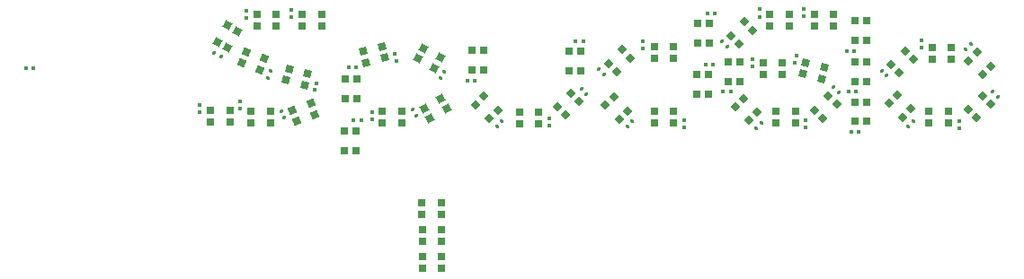
<source format=gbr>
%TF.GenerationSoftware,KiCad,Pcbnew,7.0.2-0*%
%TF.CreationDate,2023-09-28T22:34:41-05:00*%
%TF.ProjectId,spudglo_business_card,73707564-676c-46f5-9f62-7573696e6573,rev?*%
%TF.SameCoordinates,Original*%
%TF.FileFunction,Paste,Top*%
%TF.FilePolarity,Positive*%
%FSLAX46Y46*%
G04 Gerber Fmt 4.6, Leading zero omitted, Abs format (unit mm)*
G04 Created by KiCad (PCBNEW 7.0.2-0) date 2023-09-28 22:34:41*
%MOMM*%
%LPD*%
G01*
G04 APERTURE LIST*
G04 Aperture macros list*
%AMRoundRect*
0 Rectangle with rounded corners*
0 $1 Rounding radius*
0 $2 $3 $4 $5 $6 $7 $8 $9 X,Y pos of 4 corners*
0 Add a 4 corners polygon primitive as box body*
4,1,4,$2,$3,$4,$5,$6,$7,$8,$9,$2,$3,0*
0 Add four circle primitives for the rounded corners*
1,1,$1+$1,$2,$3*
1,1,$1+$1,$4,$5*
1,1,$1+$1,$6,$7*
1,1,$1+$1,$8,$9*
0 Add four rect primitives between the rounded corners*
20,1,$1+$1,$2,$3,$4,$5,0*
20,1,$1+$1,$4,$5,$6,$7,0*
20,1,$1+$1,$6,$7,$8,$9,0*
20,1,$1+$1,$8,$9,$2,$3,0*%
%AMRotRect*
0 Rectangle, with rotation*
0 The origin of the aperture is its center*
0 $1 length*
0 $2 width*
0 $3 Rotation angle, in degrees counterclockwise*
0 Add horizontal line*
21,1,$1,$2,0,0,$3*%
G04 Aperture macros list end*
%ADD10RoundRect,0.079500X0.014849X-0.127279X0.127279X-0.014849X-0.014849X0.127279X-0.127279X0.014849X0*%
%ADD11RoundRect,0.079500X0.100500X-0.079500X0.100500X0.079500X-0.100500X0.079500X-0.100500X-0.079500X0*%
%ADD12RoundRect,0.079500X0.127279X0.014849X0.014849X0.127279X-0.127279X-0.014849X-0.014849X-0.127279X0*%
%ADD13RoundRect,0.079500X0.079500X0.100500X-0.079500X0.100500X-0.079500X-0.100500X0.079500X-0.100500X0*%
%ADD14RoundRect,0.079500X-0.127279X-0.014849X-0.014849X-0.127279X0.127279X0.014849X0.014849X0.127279X0*%
%ADD15RoundRect,0.079500X-0.100500X0.079500X-0.100500X-0.079500X0.100500X-0.079500X0.100500X0.079500X0*%
%ADD16RoundRect,0.079500X-0.014849X0.127279X-0.127279X0.014849X0.014849X-0.127279X0.127279X-0.014849X0*%
%ADD17RoundRect,0.079500X0.076499X-0.102802X0.117652X0.050780X-0.076499X0.102802X-0.117652X-0.050780X0*%
%ADD18RoundRect,0.079500X-0.079500X-0.100500X0.079500X-0.100500X0.079500X0.100500X-0.079500X0.100500X0*%
%ADD19R,0.700000X0.700000*%
%ADD20RoundRect,0.079500X0.126786X-0.018599X0.047286X0.119099X-0.126786X0.018599X-0.047286X-0.119099X0*%
%ADD21RoundRect,0.079500X-0.117652X0.050780X-0.076499X-0.102802X0.117652X-0.050780X0.076499X0.102802X0*%
%ADD22RoundRect,0.079500X0.121630X-0.040333X0.067249X0.109079X-0.121630X0.040333X-0.067249X-0.109079X0*%
%ADD23RoundRect,0.079500X-0.119099X-0.047286X0.018599X-0.126786X0.119099X0.047286X-0.018599X0.126786X0*%
%ADD24RoundRect,0.079500X-0.047286X0.119099X-0.126786X-0.018599X0.047286X-0.119099X0.126786X0.018599X0*%
%ADD25RoundRect,0.079500X-0.076499X0.102802X-0.117652X-0.050780X0.076499X-0.102802X0.117652X0.050780X0*%
%ADD26RoundRect,0.079500X-0.067249X0.109079X-0.121630X-0.040333X0.067249X-0.109079X0.121630X0.040333X0*%
%ADD27RotRect,0.700000X0.700000X45.000000*%
%ADD28RotRect,0.700000X0.700000X195.000000*%
%ADD29RotRect,0.700000X0.700000X345.000000*%
%ADD30RotRect,0.700000X0.700000X225.000000*%
%ADD31RotRect,0.700000X0.700000X30.000000*%
%ADD32RotRect,0.700000X0.700000X315.000000*%
%ADD33RotRect,0.700000X0.700000X135.000000*%
%ADD34RotRect,0.700000X0.700000X150.000000*%
%ADD35RotRect,0.700000X0.700000X165.000000*%
%ADD36RotRect,0.700000X0.700000X20.000000*%
%ADD37RotRect,0.700000X0.700000X60.000000*%
%ADD38RotRect,0.700000X0.700000X160.000000*%
G04 APERTURE END LIST*
D10*
%TO.C,C68*%
X255439774Y-101930226D03*
X255927678Y-101442322D03*
%TD*%
D11*
%TO.C,C67*%
X251290000Y-101840000D03*
X251290000Y-101150000D03*
%TD*%
D12*
%TO.C,C66*%
X243500000Y-106030000D03*
X243012096Y-105542096D03*
%TD*%
D13*
%TO.C,C65*%
X244945000Y-102100000D03*
X244255000Y-102100000D03*
%TD*%
%TO.C,C64*%
X245075000Y-105950000D03*
X244385000Y-105950000D03*
%TD*%
D14*
%TO.C,C63*%
X257989774Y-105959774D03*
X258477678Y-106447678D03*
%TD*%
D13*
%TO.C,C62*%
X233295000Y-105980000D03*
X232605000Y-105980000D03*
%TD*%
D15*
%TO.C,C61*%
X240380000Y-108670000D03*
X240380000Y-109360000D03*
%TD*%
D11*
%TO.C,C60*%
X235350000Y-103605000D03*
X235350000Y-102915000D03*
%TD*%
D13*
%TO.C,C59*%
X245330000Y-109770000D03*
X244640000Y-109770000D03*
%TD*%
D15*
%TO.C,C58*%
X254810000Y-108720000D03*
X254810000Y-109410000D03*
%TD*%
D12*
%TO.C,C57*%
X232987904Y-101727903D03*
X232500000Y-101239999D03*
%TD*%
D16*
%TO.C,C56*%
X236220000Y-108900000D03*
X235732096Y-109387904D03*
%TD*%
D17*
%TO.C,C55*%
X239311414Y-103236488D03*
X239490000Y-102570000D03*
%TD*%
D12*
%TO.C,C54*%
X248010000Y-104460001D03*
X247522096Y-103972097D03*
%TD*%
D16*
%TO.C,C53*%
X250480000Y-108730000D03*
X249992096Y-109217904D03*
%TD*%
D15*
%TO.C,C40*%
X228900000Y-108635000D03*
X228900000Y-109325000D03*
%TD*%
D11*
%TO.C,C39*%
X225060000Y-101925000D03*
X225060000Y-101235000D03*
%TD*%
D18*
%TO.C,C50*%
X230955000Y-103410000D03*
X231645000Y-103410000D03*
%TD*%
D16*
%TO.C,C41*%
X211770229Y-108729777D03*
X211282325Y-109217681D03*
%TD*%
D13*
%TO.C,C42*%
X209215000Y-104900000D03*
X208525000Y-104900000D03*
%TD*%
D11*
%TO.C,C43*%
X240220000Y-98125000D03*
X240220000Y-98815000D03*
%TD*%
D18*
%TO.C,C44*%
X231115000Y-98570000D03*
X231805000Y-98570000D03*
%TD*%
D16*
%TO.C,C45*%
X224041830Y-108752097D03*
X223553926Y-109240001D03*
%TD*%
D15*
%TO.C,C52*%
X216200000Y-108515000D03*
X216200000Y-109205000D03*
%TD*%
D18*
%TO.C,C51*%
X218710000Y-101170000D03*
X219400000Y-101170000D03*
%TD*%
D11*
%TO.C,C38*%
X236000000Y-98195000D03*
X236000000Y-98885000D03*
%TD*%
D12*
%TO.C,C49*%
X221383952Y-104313952D03*
X220896048Y-103826048D03*
%TD*%
D15*
%TO.C,C47*%
X199509996Y-107895001D03*
X199509996Y-108585001D03*
%TD*%
D14*
%TO.C,C46*%
X219239777Y-105679771D03*
X219727681Y-106167675D03*
%TD*%
D19*
%TO.C,D46*%
X188110000Y-107790000D03*
X188110000Y-108890000D03*
X189940000Y-108890000D03*
X189940000Y-107790000D03*
%TD*%
D20*
%TO.C,C25*%
X203732499Y-108275907D03*
X203387499Y-107678349D03*
%TD*%
D21*
%TO.C,C26*%
X201633529Y-102365852D03*
X201812115Y-103032340D03*
%TD*%
D11*
%TO.C,C27*%
X183330000Y-107900000D03*
X183330000Y-107210000D03*
%TD*%
D22*
%TO.C,C28*%
X191031449Y-107796508D03*
X191267443Y-108444896D03*
%TD*%
D18*
%TO.C,C29*%
X166950000Y-103780000D03*
X167640000Y-103780000D03*
%TD*%
D23*
%TO.C,C30*%
X184684089Y-102297501D03*
X185281647Y-102642501D03*
%TD*%
D24*
%TO.C,C31*%
X206312500Y-104121221D03*
X205967500Y-104718779D03*
%TD*%
D18*
%TO.C,C32*%
X197325000Y-103690000D03*
X198015000Y-103690000D03*
%TD*%
D11*
%TO.C,C33*%
X187130000Y-107590000D03*
X187130000Y-106900000D03*
%TD*%
D25*
%TO.C,C34*%
X194298586Y-105153512D03*
X194120000Y-105820000D03*
%TD*%
D26*
%TO.C,C35*%
X189950000Y-104020000D03*
X189714006Y-104668388D03*
%TD*%
D11*
%TO.C,C36*%
X187730000Y-98995000D03*
X187730000Y-98305000D03*
%TD*%
D18*
%TO.C,C37*%
X197800000Y-108660000D03*
X198490000Y-108660000D03*
%TD*%
D11*
%TO.C,C48*%
X191960000Y-98235000D03*
X191960000Y-98925000D03*
%TD*%
D27*
%TO.C,D20*%
X221812183Y-103302183D03*
X222590000Y-104080000D03*
X223884005Y-102785995D03*
X223106188Y-102008178D03*
%TD*%
D28*
%TO.C,D10*%
X200742346Y-102768880D03*
X200457645Y-101706361D03*
X198690000Y-102180000D03*
X198974701Y-103242519D03*
%TD*%
D19*
%TO.C,D16*%
X215220000Y-108980000D03*
X215220000Y-107880000D03*
X213390000Y-107880000D03*
X213390000Y-108980000D03*
%TD*%
%TO.C,D1*%
X192960000Y-98680000D03*
X192960000Y-99780000D03*
X194790000Y-99780000D03*
X194790000Y-98680000D03*
%TD*%
%TO.C,D7*%
X186160000Y-107750000D03*
X186160000Y-108850000D03*
X184330000Y-108850000D03*
X184330000Y-107750000D03*
%TD*%
D29*
%TO.C,D32*%
X240362355Y-103216361D03*
X240077654Y-104278880D03*
X241845299Y-104752519D03*
X242130000Y-103690000D03*
%TD*%
D19*
%TO.C,D34*%
X244990000Y-101110000D03*
X246090000Y-101110000D03*
X246090000Y-99280000D03*
X244990000Y-99280000D03*
%TD*%
D27*
%TO.C,D27*%
X233295995Y-100674005D03*
X234073812Y-101451822D03*
X235367817Y-100157817D03*
X234590000Y-99380000D03*
%TD*%
D30*
%TO.C,D31*%
X243281822Y-107173812D03*
X242504005Y-106395995D03*
X241210000Y-107690000D03*
X241987817Y-108467817D03*
%TD*%
D19*
%TO.C,D8*%
X197990000Y-109680000D03*
X196890000Y-109680000D03*
X196890000Y-111510000D03*
X197990000Y-111510000D03*
%TD*%
%TO.C,D35*%
X244990000Y-104980001D03*
X246090000Y-104980001D03*
X246090000Y-103150001D03*
X244990000Y-103150001D03*
%TD*%
%TO.C,D25*%
X241175000Y-98630000D03*
X241175000Y-99730000D03*
X243005000Y-99730000D03*
X243005000Y-98630000D03*
%TD*%
D31*
%TO.C,D12*%
X204425174Y-107565000D03*
X204975174Y-108517628D03*
X206560000Y-107602628D03*
X206010000Y-106650000D03*
%TD*%
D19*
%TO.C,D33*%
X236360000Y-103280000D03*
X236360000Y-104380000D03*
X238190000Y-104380000D03*
X238190000Y-103280000D03*
%TD*%
D30*
%TO.C,D40*%
X257771822Y-107133812D03*
X256994005Y-106355995D03*
X255700000Y-107650000D03*
X256477817Y-108427817D03*
%TD*%
D19*
%TO.C,D30*%
X239420000Y-108880000D03*
X239420000Y-107780000D03*
X237590000Y-107780000D03*
X237590000Y-108880000D03*
%TD*%
%TO.C,D22*%
X227920000Y-108880000D03*
X227920000Y-107780000D03*
X226090000Y-107780000D03*
X226090000Y-108880000D03*
%TD*%
%TO.C,D26*%
X236960000Y-98680000D03*
X236960000Y-99780000D03*
X238790000Y-99780000D03*
X238790000Y-98680000D03*
%TD*%
%TO.C,D14*%
X208930078Y-103905892D03*
X210030078Y-103905892D03*
X210030078Y-102075892D03*
X208930078Y-102075892D03*
%TD*%
D32*
%TO.C,D41*%
X256483812Y-102258178D03*
X255705995Y-103035995D03*
X257000000Y-104330000D03*
X257777817Y-103552183D03*
%TD*%
D19*
%TO.C,D44*%
X204265000Y-119020000D03*
X204265000Y-120120000D03*
X206095000Y-120120000D03*
X206095000Y-119020000D03*
%TD*%
D33*
%TO.C,D38*%
X249484005Y-108374005D03*
X250261822Y-107596188D03*
X248967817Y-106302183D03*
X248190000Y-107080000D03*
%TD*%
D34*
%TO.C,D11*%
X205407413Y-103713814D03*
X205957413Y-102761186D03*
X204372587Y-101846186D03*
X203822587Y-102798814D03*
%TD*%
D19*
%TO.C,D43*%
X204240000Y-116460000D03*
X204240000Y-117560000D03*
X206070000Y-117560000D03*
X206070000Y-116460000D03*
%TD*%
%TO.C,D9*%
X198090000Y-104779999D03*
X196990000Y-104779999D03*
X196990000Y-106609999D03*
X198090000Y-106609999D03*
%TD*%
D33*
%TO.C,D21*%
X222806188Y-108551822D03*
X223584005Y-107774005D03*
X222290000Y-106480000D03*
X221512183Y-107257817D03*
%TD*%
D35*
%TO.C,D5*%
X193205299Y-105342519D03*
X193490000Y-104280000D03*
X191722355Y-103806361D03*
X191437654Y-104868880D03*
%TD*%
D19*
%TO.C,D23*%
X231190000Y-104380000D03*
X230090000Y-104380000D03*
X230090000Y-106210000D03*
X231190000Y-106210000D03*
%TD*%
D33*
%TO.C,D15*%
X210584005Y-108474005D03*
X211361822Y-107696188D03*
X210067817Y-106402183D03*
X209290000Y-107180000D03*
%TD*%
D19*
%TO.C,D36*%
X244990000Y-108780000D03*
X246090000Y-108780000D03*
X246090000Y-106950000D03*
X244990000Y-106950000D03*
%TD*%
%TO.C,D42*%
X252275000Y-101793109D03*
X252275000Y-102893109D03*
X254105000Y-102893109D03*
X254105000Y-101793109D03*
%TD*%
%TO.C,D24*%
X231290001Y-99549999D03*
X230190001Y-99549999D03*
X230190001Y-101379999D03*
X231290001Y-101379999D03*
%TD*%
D33*
%TO.C,D29*%
X235042183Y-108687817D03*
X235820000Y-107910000D03*
X234525995Y-106615995D03*
X233748178Y-107393812D03*
%TD*%
D19*
%TO.C,D13*%
X200470000Y-107840000D03*
X200470000Y-108940000D03*
X202300000Y-108940000D03*
X202300000Y-107840000D03*
%TD*%
%TO.C,D45*%
X204270000Y-121570000D03*
X204270000Y-122670000D03*
X206100000Y-122670000D03*
X206100000Y-121570000D03*
%TD*%
D36*
%TO.C,D6*%
X192030362Y-107705896D03*
X192406584Y-108739558D03*
X194126222Y-108113662D03*
X193750000Y-107080000D03*
%TD*%
D37*
%TO.C,D3*%
X184980000Y-101290000D03*
X185932628Y-101840000D03*
X186847628Y-100255174D03*
X185895000Y-99705174D03*
%TD*%
D19*
%TO.C,D2*%
X190520000Y-98680000D03*
X190520000Y-99780000D03*
X188690000Y-99780000D03*
X188690000Y-98680000D03*
%TD*%
%TO.C,D39*%
X253820000Y-108930000D03*
X253820000Y-107830000D03*
X251990000Y-107830000D03*
X251990000Y-108930000D03*
%TD*%
%TO.C,D19*%
X226090000Y-101680000D03*
X226090000Y-102780000D03*
X227920000Y-102780000D03*
X227920000Y-101680000D03*
%TD*%
%TO.C,D28*%
X233067813Y-105009998D03*
X234167813Y-105009998D03*
X234167813Y-103179998D03*
X233067813Y-103179998D03*
%TD*%
%TO.C,D18*%
X219190000Y-102180000D03*
X218090000Y-102180000D03*
X218090000Y-104010000D03*
X219190000Y-104010000D03*
%TD*%
D27*
%TO.C,D37*%
X248418178Y-103396188D03*
X249195995Y-104174005D03*
X250490000Y-102880000D03*
X249712183Y-102102183D03*
%TD*%
D30*
%TO.C,D17*%
X219025911Y-106863812D03*
X218248094Y-106085995D03*
X216954089Y-107380000D03*
X217731906Y-108157817D03*
%TD*%
D38*
%TO.C,D4*%
X188993778Y-103883662D03*
X189370000Y-102850000D03*
X187650362Y-102224104D03*
X187274140Y-103257766D03*
%TD*%
M02*

</source>
